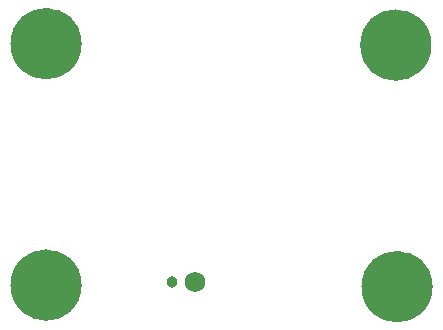
<source format=gbs>
%FSLAX23Y23*%
%MOIN*%
G70*
G01*
G75*
G04 Layer_Color=16711935*
%ADD10R,0.118X0.039*%
%ADD11R,0.118X0.059*%
%ADD12R,0.020X0.024*%
%ADD13C,0.010*%
%ADD14C,0.030*%
%ADD15C,0.060*%
%ADD16C,0.236*%
%ADD17C,0.039*%
%ADD18C,0.005*%
%ADD19C,0.059*%
%ADD20R,0.126X0.047*%
%ADD21R,0.126X0.067*%
%ADD22R,0.028X0.032*%
%ADD23C,0.038*%
%ADD24C,0.068*%
D16*
X160Y160D02*
D03*
X1330Y155D02*
D03*
X160Y965D02*
D03*
X1325Y960D02*
D03*
D17*
X249Y160D02*
D03*
X223Y97D02*
D03*
X160Y71D02*
D03*
X97Y97D02*
D03*
X71Y160D02*
D03*
X160Y249D02*
D03*
X223Y223D02*
D03*
X97D02*
D03*
X1419Y155D02*
D03*
X1393Y92D02*
D03*
X1330Y66D02*
D03*
X1267Y92D02*
D03*
X1241Y155D02*
D03*
X1330Y244D02*
D03*
X1393Y218D02*
D03*
X1267D02*
D03*
X249Y965D02*
D03*
X223Y902D02*
D03*
X160Y876D02*
D03*
X97Y902D02*
D03*
X71Y965D02*
D03*
X160Y1054D02*
D03*
X223Y1028D02*
D03*
X97D02*
D03*
X1414Y960D02*
D03*
X1388Y897D02*
D03*
X1325Y871D02*
D03*
X1262Y897D02*
D03*
X1236Y960D02*
D03*
X1325Y1049D02*
D03*
X1388Y1023D02*
D03*
X1262D02*
D03*
D19*
X249Y160D02*
G03*
X249Y160I-89J0D01*
G01*
X1419Y155D02*
G03*
X1419Y155I-89J0D01*
G01*
X249Y965D02*
G03*
X249Y965I-89J0D01*
G01*
X1414Y960D02*
G03*
X1414Y960I-89J0D01*
G01*
D23*
X580Y170D02*
D03*
D24*
X655D02*
D03*
M02*

</source>
